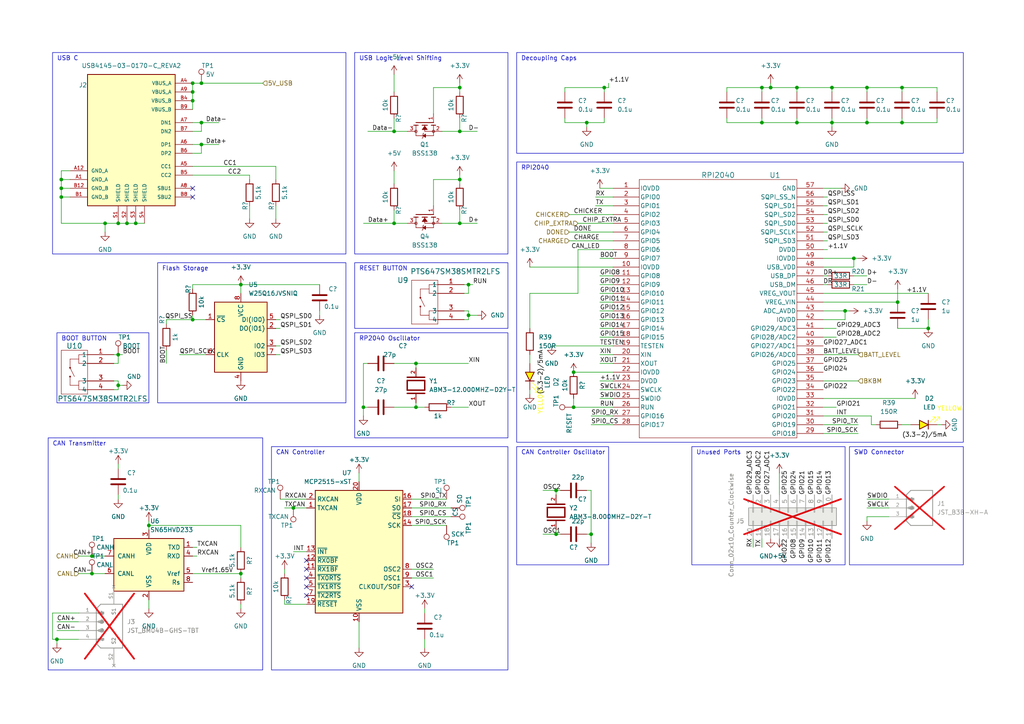
<source format=kicad_sch>
(kicad_sch (version 20230121) (generator eeschema)
  (paper "A4")
  (junction (at 30.48 64.77))
  (junction (at 58.42 41.91))
  (junction (at 133.35 25.4))
  (junction (at 69.85 166.37))
  (junction (at 69.85 82.55))
  (junction (at 171.45 154.94))
  (junction (at 120.65 105.41))
  (junction (at 34.29 111.76))
  (junction (at 55.88 92.71))
  (junction (at 269.24 95.25))
  (junction (at 16.51 185.42))
  (junction (at 251.46 35.56))
  (junction (at 43.18 152.4))
  (junction (at 251.46 25.4))
  (junction (at 26.67 166.37))
  (junction (at 170.18 35.56))
  (junction (at 231.14 35.56))
  (junction (at 231.14 25.4))
  (junction (at 135.89 82.55))
  (junction (at 166.37 107.95))
  (junction (at 261.62 35.56))
  (junction (at 39.37 64.77))
  (junction (at 55.88 24.13))
  (junction (at 17.78 54.61))
  (junction (at 17.78 57.15))
  (junction (at 133.35 38.1))
  (junction (at 241.3 35.56))
  (junction (at 247.65 74.93))
  (junction (at 261.62 25.4))
  (junction (at 241.3 25.4))
  (junction (at 36.83 64.77))
  (junction (at 105.41 118.11))
  (junction (at 120.65 118.11))
  (junction (at 17.78 52.07))
  (junction (at 58.42 24.13))
  (junction (at 223.52 25.4))
  (junction (at 133.35 64.77))
  (junction (at 114.3 64.77))
  (junction (at 245.11 90.17))
  (junction (at 85.09 147.32))
  (junction (at 220.98 25.4))
  (junction (at 58.42 35.56))
  (junction (at 26.67 161.29))
  (junction (at 133.35 52.07))
  (junction (at 260.35 87.63))
  (junction (at 175.26 25.4))
  (junction (at 135.89 91.44))
  (junction (at 34.29 102.87))
  (junction (at 114.3 38.1))
  (junction (at 161.29 142.24))
  (junction (at 220.98 35.56))
  (junction (at 55.88 29.21))
  (junction (at 55.88 26.67))
  (junction (at 166.37 118.11))
  (junction (at 161.29 154.94))
  (junction (at 34.29 64.77))
  (no_connect (at 88.9 167.64))
  (no_connect (at 88.9 172.72))
  (no_connect (at 88.9 170.18))
  (no_connect (at 55.88 54.61))
  (no_connect (at 88.9 162.56))
  (no_connect (at 88.9 165.1))
  (no_connect (at 55.88 57.15))
  (no_connect (at 119.38 170.18))
  (wire (pts (xy 166.37 118.11) (xy 177.8 118.11)))
  (wire (pts (xy 231.14 35.56) (xy 220.98 35.56)))
  (wire (pts (xy 58.42 24.13) (xy 76.2 24.13)))
  (wire (pts (xy 118.11 38.1) (xy 114.3 38.1)))
  (wire (pts (xy 238.76 120.65) (xy 252.73 120.65)))
  (wire (pts (xy 34.29 64.77) (xy 36.83 64.77)))
  (wire (pts (xy 34.29 102.87) (xy 35.56 102.87)))
  (wire (pts (xy 176.53 24.13) (xy 176.53 25.4)))
  (wire (pts (xy 43.18 152.4) (xy 43.18 153.67)))
  (wire (pts (xy 172.72 59.69) (xy 177.8 59.69)))
  (wire (pts (xy 163.83 25.4) (xy 163.83 26.67)))
  (wire (pts (xy 260.35 95.25) (xy 269.24 95.25)))
  (wire (pts (xy 261.62 26.67) (xy 261.62 25.4)))
  (wire (pts (xy 238.76 102.87) (xy 248.92 102.87)))
  (wire (pts (xy 22.86 177.8) (xy 15.24 177.8)))
  (wire (pts (xy 220.98 25.4) (xy 210.82 25.4)))
  (wire (pts (xy 58.42 38.1) (xy 58.42 35.56)))
  (wire (pts (xy 238.76 72.39) (xy 240.03 72.39)))
  (wire (pts (xy 22.86 166.37) (xy 26.67 166.37)))
  (wire (pts (xy 120.65 118.11) (xy 120.65 116.84)))
  (wire (pts (xy 34.29 105.41) (xy 34.29 102.87)))
  (wire (pts (xy 85.09 147.32) (xy 88.9 147.32)))
  (wire (pts (xy 55.88 92.71) (xy 55.88 91.44)))
  (wire (pts (xy 226.06 137.16) (xy 226.06 143.51)))
  (wire (pts (xy 106.68 38.1) (xy 114.3 38.1)))
  (wire (pts (xy 247.65 77.47) (xy 247.65 74.93)))
  (wire (pts (xy 167.64 72.39) (xy 177.8 72.39)))
  (wire (pts (xy 55.88 35.56) (xy 58.42 35.56)))
  (wire (pts (xy 220.98 25.4) (xy 220.98 26.67)))
  (wire (pts (xy 271.78 26.67) (xy 271.78 25.4)))
  (wire (pts (xy 20.32 52.07) (xy 17.78 52.07)))
  (wire (pts (xy 172.72 57.15) (xy 177.8 57.15)))
  (wire (pts (xy 16.51 180.34) (xy 22.86 180.34)))
  (wire (pts (xy 43.18 152.4) (xy 43.18 151.13)))
  (wire (pts (xy 173.99 110.49) (xy 177.8 110.49)))
  (wire (pts (xy 48.26 92.71) (xy 55.88 92.71)))
  (wire (pts (xy 133.35 52.07) (xy 133.35 53.34)))
  (wire (pts (xy 223.52 25.4) (xy 220.98 25.4)))
  (wire (pts (xy 119.38 165.1) (xy 125.73 165.1)))
  (wire (pts (xy 252.73 123.19) (xy 254 123.19)))
  (wire (pts (xy 173.99 82.55) (xy 177.8 82.55)))
  (wire (pts (xy 241.3 26.67) (xy 241.3 25.4)))
  (wire (pts (xy 153.67 85.09) (xy 153.67 95.25)))
  (wire (pts (xy 34.29 111.76) (xy 34.29 110.49)))
  (wire (pts (xy 26.67 166.37) (xy 30.48 166.37)))
  (wire (pts (xy 55.88 24.13) (xy 55.88 26.67)))
  (wire (pts (xy 238.76 90.17) (xy 245.11 90.17)))
  (wire (pts (xy 119.38 152.4) (xy 129.54 152.4)))
  (wire (pts (xy 231.14 25.4) (xy 223.52 25.4)))
  (wire (pts (xy 16.51 185.42) (xy 22.86 185.42)))
  (wire (pts (xy 170.18 154.94) (xy 171.45 154.94)))
  (wire (pts (xy 177.8 69.85) (xy 165.1 69.85)))
  (wire (pts (xy 20.32 49.53) (xy 17.78 49.53)))
  (wire (pts (xy 30.48 64.77) (xy 30.48 67.31)))
  (wire (pts (xy 238.76 59.69) (xy 240.03 59.69)))
  (wire (pts (xy 173.99 115.57) (xy 177.8 115.57)))
  (wire (pts (xy 17.78 64.77) (xy 17.78 57.15)))
  (wire (pts (xy 171.45 120.65) (xy 177.8 120.65)))
  (wire (pts (xy 81.28 144.78) (xy 88.9 144.78)))
  (wire (pts (xy 30.48 64.77) (xy 34.29 64.77)))
  (wire (pts (xy 120.65 118.11) (xy 123.19 118.11)))
  (wire (pts (xy 241.3 35.56) (xy 241.3 36.83)))
  (wire (pts (xy 218.44 156.21) (xy 218.44 158.75)))
  (wire (pts (xy 261.62 35.56) (xy 251.46 35.56)))
  (wire (pts (xy 125.73 25.4) (xy 133.35 25.4)))
  (wire (pts (xy 16.51 182.88) (xy 22.86 182.88)))
  (wire (pts (xy 163.83 25.4) (xy 175.26 25.4)))
  (wire (pts (xy 177.8 67.31) (xy 165.1 67.31)))
  (wire (pts (xy 104.14 137.16) (xy 104.14 139.7)))
  (wire (pts (xy 210.82 35.56) (xy 210.82 34.29)))
  (wire (pts (xy 134.62 82.55) (xy 135.89 82.55)))
  (wire (pts (xy 245.11 90.17) (xy 245.11 92.71)))
  (wire (pts (xy 33.02 113.03) (xy 34.29 113.03)))
  (wire (pts (xy 231.14 34.29) (xy 231.14 35.56)))
  (wire (pts (xy 85.09 160.02) (xy 88.9 160.02)))
  (wire (pts (xy 20.32 54.61) (xy 17.78 54.61)))
  (wire (pts (xy 55.88 48.26) (xy 80.01 48.26)))
  (wire (pts (xy 20.32 57.15) (xy 17.78 57.15)))
  (wire (pts (xy 118.11 64.77) (xy 114.3 64.77)))
  (wire (pts (xy 163.83 35.56) (xy 163.83 34.29)))
  (wire (pts (xy 135.89 91.44) (xy 135.89 90.17)))
  (wire (pts (xy 153.67 113.03) (xy 153.67 114.3)))
  (wire (pts (xy 114.3 34.29) (xy 114.3 38.1)))
  (wire (pts (xy 247.65 82.55) (xy 251.46 82.55)))
  (wire (pts (xy 170.18 35.56) (xy 163.83 35.56)))
  (wire (pts (xy 17.78 64.77) (xy 30.48 64.77)))
  (wire (pts (xy 173.99 113.03) (xy 177.8 113.03)))
  (wire (pts (xy 173.99 102.87) (xy 177.8 102.87)))
  (wire (pts (xy 80.01 100.33) (xy 81.28 100.33)))
  (wire (pts (xy 238.76 97.79) (xy 242.57 97.79)))
  (wire (pts (xy 80.01 92.71) (xy 81.28 92.71)))
  (wire (pts (xy 133.35 34.29) (xy 133.35 38.1)))
  (wire (pts (xy 175.26 34.29) (xy 175.26 35.56)))
  (wire (pts (xy 119.38 167.64) (xy 125.73 167.64)))
  (wire (pts (xy 135.89 92.71) (xy 135.89 91.44)))
  (wire (pts (xy 173.99 105.41) (xy 177.8 105.41)))
  (wire (pts (xy 241.3 34.29) (xy 241.3 35.56)))
  (wire (pts (xy 241.3 25.4) (xy 231.14 25.4)))
  (wire (pts (xy 238.76 92.71) (xy 245.11 92.71)))
  (wire (pts (xy 271.78 34.29) (xy 271.78 35.56)))
  (wire (pts (xy 271.78 123.19) (xy 273.05 123.19)))
  (wire (pts (xy 261.62 123.19) (xy 264.16 123.19)))
  (wire (pts (xy 69.85 82.55) (xy 69.85 85.09)))
  (wire (pts (xy 34.29 143.51) (xy 34.29 144.78)))
  (wire (pts (xy 135.89 82.55) (xy 137.16 82.55)))
  (wire (pts (xy 251.46 149.86) (xy 257.81 149.86)))
  (wire (pts (xy 247.65 80.01) (xy 251.46 80.01)))
  (wire (pts (xy 58.42 35.56) (xy 63.5 35.56)))
  (wire (pts (xy 125.73 52.07) (xy 133.35 52.07)))
  (wire (pts (xy 35.56 111.76) (xy 34.29 111.76)))
  (wire (pts (xy 251.46 34.29) (xy 251.46 35.56)))
  (wire (pts (xy 34.29 113.03) (xy 34.29 111.76)))
  (wire (pts (xy 135.89 85.09) (xy 135.89 82.55)))
  (wire (pts (xy 119.38 144.78) (xy 129.54 144.78)))
  (wire (pts (xy 105.41 105.41) (xy 106.68 105.41)))
  (wire (pts (xy 69.85 152.4) (xy 43.18 152.4)))
  (wire (pts (xy 57.15 158.75) (xy 55.88 158.75)))
  (wire (pts (xy 238.76 69.85) (xy 240.03 69.85)))
  (wire (pts (xy 119.38 149.86) (xy 130.81 149.86)))
  (wire (pts (xy 55.88 29.21) (xy 55.88 31.75)))
  (wire (pts (xy 88.9 175.26) (xy 82.55 175.26)))
  (wire (pts (xy 33.02 110.49) (xy 34.29 110.49)))
  (wire (pts (xy 175.26 35.56) (xy 170.18 35.56)))
  (wire (pts (xy 55.88 24.13) (xy 58.42 24.13)))
  (wire (pts (xy 133.35 60.96) (xy 133.35 64.77)))
  (wire (pts (xy 80.01 102.87) (xy 81.28 102.87)))
  (wire (pts (xy 82.55 165.1) (xy 82.55 166.37)))
  (wire (pts (xy 55.88 44.45) (xy 58.42 44.45)))
  (wire (pts (xy 55.88 50.8) (xy 72.39 50.8)))
  (wire (pts (xy 161.29 153.67) (xy 161.29 154.94)))
  (wire (pts (xy 80.01 59.69) (xy 80.01 63.5)))
  (wire (pts (xy 243.84 54.61) (xy 238.76 54.61)))
  (wire (pts (xy 138.43 38.1) (xy 133.35 38.1)))
  (wire (pts (xy 82.55 147.32) (xy 85.09 147.32)))
  (wire (pts (xy 173.99 74.93) (xy 177.8 74.93)))
  (wire (pts (xy 161.29 142.24) (xy 162.56 142.24)))
  (wire (pts (xy 251.46 25.4) (xy 241.3 25.4)))
  (wire (pts (xy 34.29 134.62) (xy 34.29 135.89)))
  (wire (pts (xy 170.18 35.56) (xy 170.18 36.83)))
  (wire (pts (xy 69.85 166.37) (xy 69.85 167.64)))
  (wire (pts (xy 173.99 90.17) (xy 177.8 90.17)))
  (wire (pts (xy 171.45 123.19) (xy 177.8 123.19)))
  (wire (pts (xy 157.48 154.94) (xy 161.29 154.94)))
  (wire (pts (xy 82.55 175.26) (xy 82.55 173.99)))
  (wire (pts (xy 223.52 24.13) (xy 223.52 25.4)))
  (wire (pts (xy 238.76 85.09) (xy 269.24 85.09)))
  (wire (pts (xy 92.71 90.17) (xy 92.71 91.44)))
  (wire (pts (xy 125.73 59.69) (xy 125.73 52.07)))
  (wire (pts (xy 114.3 118.11) (xy 120.65 118.11)))
  (wire (pts (xy 58.42 41.91) (xy 63.5 41.91)))
  (wire (pts (xy 39.37 64.77) (xy 41.91 64.77)))
  (wire (pts (xy 134.62 90.17) (xy 135.89 90.17)))
  (wire (pts (xy 238.76 82.55) (xy 240.03 82.55)))
  (wire (pts (xy 245.11 90.17) (xy 246.38 90.17)))
  (wire (pts (xy 133.35 38.1) (xy 128.27 38.1)))
  (wire (pts (xy 69.85 158.75) (xy 69.85 152.4)))
  (wire (pts (xy 167.64 85.09) (xy 167.64 72.39)))
  (wire (pts (xy 238.76 118.11) (xy 242.57 118.11)))
  (wire (pts (xy 55.88 82.55) (xy 69.85 82.55)))
  (wire (pts (xy 261.62 34.29) (xy 261.62 35.56)))
  (wire (pts (xy 55.88 92.71) (xy 59.69 92.71)))
  (wire (pts (xy 166.37 107.95) (xy 177.8 107.95)))
  (wire (pts (xy 130.81 118.11) (xy 135.89 118.11)))
  (wire (pts (xy 72.39 59.69) (xy 72.39 63.5)))
  (wire (pts (xy 173.99 95.25) (xy 177.8 95.25)))
  (wire (pts (xy 238.76 62.23) (xy 240.03 62.23)))
  (wire (pts (xy 238.76 95.25) (xy 242.57 95.25)))
  (wire (pts (xy 69.85 175.26) (xy 69.85 176.53)))
  (wire (pts (xy 133.35 25.4) (xy 133.35 26.67)))
  (wire (pts (xy 134.62 85.09) (xy 135.89 85.09)))
  (wire (pts (xy 251.46 35.56) (xy 241.3 35.56)))
  (wire (pts (xy 252.73 123.19) (xy 252.73 120.65)))
  (wire (pts (xy 55.88 41.91) (xy 58.42 41.91)))
  (wire (pts (xy 241.3 35.56) (xy 231.14 35.56)))
  (wire (pts (xy 15.24 185.42) (xy 16.51 185.42)))
  (wire (pts (xy 36.83 64.77) (xy 39.37 64.77)))
  (wire (pts (xy 125.73 33.02) (xy 125.73 25.4)))
  (wire (pts (xy 153.67 102.87) (xy 153.67 105.41)))
  (wire (pts (xy 69.85 82.55) (xy 92.71 82.55)))
  (wire (pts (xy 105.41 118.11) (xy 105.41 105.41)))
  (wire (pts (xy 55.88 83.82) (xy 55.88 82.55)))
  (wire (pts (xy 265.43 115.57) (xy 238.76 115.57)))
  (wire (pts (xy 251.46 25.4) (xy 261.62 25.4)))
  (wire (pts (xy 251.46 147.32) (xy 257.81 147.32)))
  (wire (pts (xy 119.38 147.32) (xy 130.81 147.32)))
  (wire (pts (xy 238.76 57.15) (xy 240.03 57.15)))
  (wire (pts (xy 80.01 95.25) (xy 81.28 95.25)))
  (wire (pts (xy 173.99 54.61) (xy 177.8 54.61)))
  (wire (pts (xy 153.67 77.47) (xy 177.8 77.47)))
  (wire (pts (xy 220.98 34.29) (xy 220.98 35.56)))
  (wire (pts (xy 80.01 52.07) (xy 80.01 48.26)))
  (wire (pts (xy 57.15 161.29) (xy 55.88 161.29)))
  (wire (pts (xy 16.51 185.42) (xy 16.51 186.69)))
  (wire (pts (xy 173.99 85.09) (xy 177.8 85.09)))
  (wire (pts (xy 231.14 26.67) (xy 231.14 25.4)))
  (wire (pts (xy 120.65 106.68) (xy 120.65 105.41)))
  (wire (pts (xy 171.45 142.24) (xy 171.45 154.94)))
  (wire (pts (xy 175.26 25.4) (xy 175.26 26.67)))
  (wire (pts (xy 173.99 97.79) (xy 177.8 97.79)))
  (wire (pts (xy 238.76 67.31) (xy 240.03 67.31)))
  (wire (pts (xy 120.65 105.41) (xy 135.89 105.41)))
  (wire (pts (xy 133.35 50.8) (xy 133.35 52.07)))
  (wire (pts (xy 167.64 64.77) (xy 177.8 64.77)))
  (wire (pts (xy 173.99 80.01) (xy 177.8 80.01)))
  (wire (pts (xy 248.92 74.93) (xy 247.65 74.93)))
  (wire (pts (xy 55.88 26.67) (xy 55.88 29.21)))
  (wire (pts (xy 269.24 92.71) (xy 269.24 95.25)))
  (wire (pts (xy 251.46 26.67) (xy 251.46 25.4)))
  (wire (pts (xy 48.26 101.6) (xy 48.26 105.41)))
  (wire (pts (xy 105.41 118.11) (xy 106.68 118.11)))
  (wire (pts (xy 105.41 64.77) (xy 114.3 64.77)))
  (wire (pts (xy 177.8 62.23) (xy 165.1 62.23)))
  (wire (pts (xy 55.88 38.1) (xy 58.42 38.1)))
  (wire (pts (xy 15.24 177.8) (xy 15.24 185.42)))
  (wire (pts (xy 170.18 142.24) (xy 171.45 142.24)))
  (wire (pts (xy 166.37 115.57) (xy 166.37 118.11)))
  (wire (pts (xy 58.42 44.45) (xy 58.42 41.91)))
  (wire (pts (xy 22.86 161.29) (xy 26.67 161.29)))
  (wire (pts (xy 238.76 77.47) (xy 247.65 77.47)))
  (wire (pts (xy 176.53 25.4) (xy 175.26 25.4)))
  (wire (pts (xy 160.02 100.33) (xy 177.8 100.33)))
  (wire (pts (xy 238.76 110.49) (xy 248.92 110.49)))
  (wire (pts (xy 114.3 60.96) (xy 114.3 64.77)))
  (wire (pts (xy 173.99 87.63) (xy 177.8 87.63)))
  (wire (pts (xy 105.41 120.65) (xy 105.41 118.11)))
  (wire (pts (xy 138.43 64.77) (xy 133.35 64.77)))
  (wire (pts (xy 153.67 85.09) (xy 167.64 85.09)))
  (wire (pts (xy 238.76 74.93) (xy 247.65 74.93)))
  (wire (pts (xy 173.99 92.71) (xy 177.8 92.71)))
  (wire (pts (xy 251.46 149.86) (xy 251.46 151.13)))
  (wire (pts (xy 33.02 102.87) (xy 34.29 102.87)))
  (wire (pts (xy 133.35 64.77) (xy 128.27 64.77)))
  (wire (pts (xy 17.78 54.61) (xy 17.78 57.15)))
  (wire (pts (xy 17.78 49.53) (xy 17.78 52.07)))
  (wire (pts (xy 210.82 25.4) (xy 210.82 26.67)))
  (wire (pts (xy 220.98 35.56) (xy 210.82 35.56)))
  (wire (pts (xy 26.67 161.29) (xy 30.48 161.29)))
  (wire (pts (xy 114.3 105.41) (xy 120.65 105.41)))
  (wire (pts (xy 238.76 87.63) (xy 260.35 87.63)))
  (wire (pts (xy 171.45 157.48) (xy 171.45 154.94)))
  (wire (pts (xy 104.14 180.34) (xy 104.14 187.96)))
  (wire (pts (xy 157.48 142.24) (xy 161.29 142.24)))
  (wire (pts (xy 123.19 185.42) (xy 123.19 187.96)))
  (wire (pts (xy 220.98 156.21) (xy 220.98 158.75)))
  (wire (pts (xy 251.46 144.78) (xy 257.81 144.78)))
  (wire (pts (xy 48.26 93.98) (xy 48.26 92.71)))
  (wire (pts (xy 138.43 91.44) (xy 135.89 91.44)))
  (wire (pts (xy 238.76 64.77) (xy 240.03 64.77)))
  (wire (pts (xy 114.3 49.53) (xy 114.3 53.34)))
  (wire (pts (xy 43.18 173.99) (xy 43.18 176.53)))
  (wire (pts (xy 134.62 92.71) (xy 135.89 92.71)))
  (wire (pts (xy 114.3 21.59) (xy 114.3 26.67)))
  (wire (pts (xy 161.29 143.51) (xy 161.29 142.24)))
  (wire (pts (xy 33.02 105.41) (xy 34.29 105.41)))
  (wire (pts (xy 17.78 52.07) (xy 17.78 54.61)))
  (wire (pts (xy 271.78 35.56) (xy 261.62 35.56)))
  (wire (pts (xy 72.39 50.8) (xy 72.39 52.07)))
  (wire (pts (xy 261.62 25.4) (xy 271.78 25.4)))
  (wire (pts (xy 238.76 125.73) (xy 248.92 125.73)))
  (wire (pts (xy 133.35 24.13) (xy 133.35 25.4)))
  (wire (pts (xy 238.76 80.01) (xy 240.03 80.01)))
  (wire (pts (xy 260.35 83.82) (xy 260.35 87.63)))
  (wire (pts (xy 123.19 176.53) (xy 123.19 177.8)))
  (wire (pts (xy 238.76 123.19) (xy 248.92 123.19)))
  (wire (pts (xy 161.29 154.94) (xy 162.56 154.94)))
  (wire (pts (xy 52.07 102.87) (xy 59.69 102.87)))
  (wire (pts (xy 55.88 166.37) (xy 69.85 166.37)))
  (rectangle (start 149.86 46.99) (end 279.4 128.27))
  (rectangle (start 102.87 96.52) (end 147.32 127))
  (rectangle (start 102.87 15.24) (end 147.32 73.66))
  (rectangle (start 15.24 15.24) (end 100.33 73.66))
  (rectangle (start 78.74 129.54) (end 147.32 194.31))
  (rectangle (start 45.72 76.2) (end 100.33 116.84))
  (rectangle (start 13.97 127) (end 76.2 194.31))
  (rectangle (start 246.38 129.54) (end 279.4 163.83))
  (rectangle (start 200.66 129.54) (end 245.11 163.83))
  (rectangle (start 149.86 15.24) (end 279.4 44.45))
  (rectangle (start 16.51 96.52) (end 43.18 116.84))
  (rectangle (start 102.87 76.2) (end 147.32 95.25))
  (rectangle (start 149.86 129.54) (end 176.53 163.83))
  (text "Unused Ports\n" (at 201.93 132.08 0) (effects (font (size 1.27 1.27)) (justify left bottom)))
  (text "YELLOW" (at 271.78 119.38 0) (effects (font (size 1.27 1.27)) (justify left bottom)))
  (text "BOOT BUTTON\n" (at 17.78 99.06 0) (effects (font (size 1.27 1.27)) (justify left bottom)))
  (text "CAN Controller\n" (at 80.01 132.08 0) (effects (font (size 1.27 1.27)) (justify left bottom)))
  (text "USB C" (at 16.51 17.78 0) (effects (font (size 1.27 1.27)) (justify left bottom)))
  (text "(3.3-2)/5mA" (at 157.48 101.6 90) (effects (font (size 1.27 1.27)) (justify right bottom)))
  (text "SWD Connector" (at 247.65 132.08 0) (effects (font (size 1.27 1.27)) (justify left bottom)))
  (text "YELLOW" (at 157.48 113.03 90) (effects (font (size 1.27 1.27)) (justify right bottom)))
  (text "Decoupling Caps" (at 151.13 17.78 0) (effects (font (size 1.27 1.27)) (justify left bottom)))
  (text "CAN Controller Oscillator\n" (at 151.13 132.08 0) (effects (font (size 1.27 1.27)) (justify left bottom)))
  (text "Flash Storage\n" (at 46.99 78.74 0) (effects (font (size 1.27 1.27)) (justify left bottom)))
  (text "CAN Transmitter\n" (at 15.24 129.54 0) (effects (font (size 1.27 1.27)) (justify left bottom)))
  (text "RP2040 Oscillator\n" (at 104.14 99.06 0) (effects (font (size 1.27 1.27)) (justify left bottom)))
  (text "USB Logic Level Shifting\n" (at 104.14 17.78 0) (effects (font (size 1.27 1.27)) (justify left bottom)))
  (text "RPI2040" (at 151.13 49.53 0) (effects (font (size 1.27 1.27)) (justify left bottom)))
  (text "RESET BUTTON\n" (at 104.14 78.74 0) (effects (font (size 1.27 1.27)) (justify left bottom)))
  (text "(3.3-2)/5mA" (at 261.62 127 0) (effects (font (size 1.27 1.27)) (justify left bottom)))
  (label "SPI0_CS" (at 171.45 123.19 0))
  (label "OSC2" (at 157.48 142.24 0))
  (label "TESTEN" (at 173.99 100.33 0))
  (label "GPIO13" (at 241.3 143.51 90))
  (label "GPIO14" (at 238.76 143.51 90))
  (label "GPIO10" (at 236.22 156.21 270))
  (label "+1.1V" (at 240.03 72.39 0))
  (label "+1.1V" (at 176.53 24.13 0))
  (label "SPI0_TX" (at 129.54 144.78 180))
  (label "QSPI_SD0" (at 81.28 92.71 0))
  (label "SWDIO" (at 173.99 115.57 0))
  (label "GPIO15" (at 236.22 143.51 90))
  (label "DR+" (at 238.76 80.01 0))
  (label "GPIO11" (at 238.76 156.21 270))
  (label "DONE" (at 166.37 67.31 0))
  (label "QSPI_SD3" (at 240.03 69.85 0))
  (label "CHIP_EXTRA" (at 168.91 64.77 0))
  (label "RUN" (at 173.99 118.11 0))
  (label "GPIO28_ADC2" (at 242.57 97.79 0))
  (label "RXCAN" (at 57.15 161.29 0))
  (label "BOOT" (at 35.56 102.87 0))
  (label "OSC1" (at 125.73 167.64 180))
  (label "BOOT" (at 48.26 105.41 90))
  (label "GPIO12" (at 173.99 90.17 0))
  (label "GPIO11" (at 173.99 87.63 0))
  (label "RUN" (at 137.16 82.55 0))
  (label "RXCAN" (at 82.55 144.78 0))
  (label "GPIO27_ADC1" (at 223.52 143.51 90))
  (label "GPIO27_ADC1" (at 238.76 100.33 0))
  (label "CAN+" (at 16.51 180.34 0))
  (label "GPIO21" (at 233.68 143.51 90))
  (label "QSPI_SCLK" (at 240.03 67.31 0))
  (label "GPIO9" (at 233.68 156.21 270))
  (label "Vref1.65V" (at 58.42 166.37 0))
  (label "CHARGE" (at 166.37 69.85 0))
  (label "TX" (at 220.98 158.75 90))
  (label "BATT_LEVEL" (at 238.76 102.87 0))
  (label "CAN-" (at 26.67 166.37 180))
  (label "GPIO14" (at 173.99 95.25 0))
  (label "GPIO24" (at 238.76 107.95 0))
  (label "+1.1V" (at 262.89 85.09 0))
  (label "XIN" (at 135.89 105.41 0))
  (label "GPIO25" (at 228.6 143.51 90))
  (label "GPIO24" (at 231.14 143.51 90))
  (label "QSPI_SD2" (at 240.03 62.23 0))
  (label "QSPI_SD3" (at 81.28 102.87 0))
  (label "RX" (at 172.72 57.15 0))
  (label "XOUT" (at 135.89 118.11 0))
  (label "CAN+" (at 26.67 161.29 180))
  (label "SPI0_RX" (at 171.45 120.65 0))
  (label "GPIO21" (at 242.57 118.11 0))
  (label "D-" (at 251.46 82.55 0))
  (label "GPIO12" (at 241.3 156.21 270))
  (label "RX" (at 218.44 158.75 90))
  (label "Data+" (at 59.69 41.91 0))
  (label "Data-" (at 107.95 38.1 0))
  (label "BOOT" (at 173.99 74.93 0))
  (label "D-" (at 135.89 38.1 0))
  (label "QSPI_SD2" (at 81.28 100.33 0))
  (label "GPIO9" (at 173.99 82.55 0))
  (label "GPIO28_ADC2" (at 220.98 143.51 90))
  (label "GPIO15" (at 173.99 97.79 0))
  (label "CAN_LED" (at 173.99 72.39 180))
  (label "SWCLK" (at 173.99 113.03 0))
  (label "SWDIO" (at 251.46 144.78 0))
  (label "QSPI_SCLK" (at 52.07 102.87 0))
  (label "D+" (at 251.46 80.01 0))
  (label "XIN" (at 173.99 102.87 0))
  (label "GPIO13" (at 173.99 92.71 0))
  (label "GPIO10" (at 173.99 85.09 0))
  (label "SPI0_RX" (at 129.54 147.32 180))
  (label "GPIO29_ADC3" (at 242.57 95.25 0))
  (label "XOUT" (at 173.99 105.41 0))
  (label "GPIO22" (at 238.76 113.03 0))
  (label "GPIO25" (at 238.76 105.41 0))
  (label "QSPI_SS" (at 55.88 92.71 180))
  (label "Data+" (at 106.68 64.77 0))
  (label "OSC2" (at 125.73 165.1 180))
  (label "INT" (at 242.57 120.65 0))
  (label "TX" (at 172.72 59.69 0))
  (label "TXCAN" (at 82.55 147.32 0))
  (label "CHICKER" (at 166.37 62.23 0))
  (label "GPIO8" (at 173.99 80.01 0))
  (label "SPI0_SCK" (at 129.54 152.4 180))
  (label "SWCLK" (at 251.46 147.32 0))
  (label "D+" (at 135.89 64.77 0))
  (label "GPIO29_ADC3" (at 218.44 143.51 90))
  (label "CC1" (at 64.77 48.26 0))
  (label "INT" (at 85.09 160.02 0))
  (label "GPIO22" (at 228.6 156.21 270))
  (label "OSC1" (at 157.48 154.94 0))
  (label "GPIO8" (at 231.14 156.21 270))
  (label "Data-" (at 59.69 35.56 0))
  (label "CC2" (at 66.04 50.8 0))
  (label "QSPI_SD1" (at 81.28 95.25 0))
  (label "DR-" (at 238.76 82.55 0))
  (label "+1.1V" (at 173.99 110.49 0))
  (label "QSPI_SD0" (at 240.03 64.77 0))
  (label "SPI0_SCK" (at 248.92 125.73 180))
  (label "TXCAN" (at 57.15 158.75 0))
  (label "CAN-" (at 16.51 182.88 0))
  (label "QSPI_SD1" (at 240.03 59.69 0))
  (label "QSPI_SS" (at 240.03 57.15 0))
  (label "SPI0_TX" (at 248.92 123.19 180))
  (label "SPI0_CS" (at 129.54 149.86 180))
  (hierarchical_label "CHICKER" (shape input) (at 165.1 62.23 180))
  (hierarchical_label "CANH" (shape input) (at 22.86 161.29 180))
  (hierarchical_label "CHARGE" (shape input) (at 165.1 69.85 180))
  (hierarchical_label "CANL" (shape input) (at 22.86 166.37 180))
  (hierarchical_label "5V_USB" (shape input) (at 76.2 24.13 0))
  (hierarchical_label "BKBM" (shape input) (at 248.92 110.49 0))
  (hierarchical_label "DONE" (shape input) (at 165.1 67.31 180))
  (hierarchical_label "BATT_LEVEL" (shape input) (at 248.92 102.87 0))
  (hierarchical_label "CHIP_EXTRA" (shape input) (at 167.64 64.77 180))
  (symbol (lib_id "power:GND") (at 35.56 111.76 90) (unit 1)
    (property "Reference" "#PWR?" (effects hide))
    (property "Value" "GND" (at 36.83 109.22 90) (effects (justify right)))
    (instances (project "chicker" (path "" (reference "#PWR?") (unit 1)) (path "" (reference "#PWR052") (unit 1)) (path "" (reference "#PWR070") (unit 1))))
  )
  (symbol (lib_id "bots:TestPoint_1x1") (at 129.54 152.4 0) (mirror x) (unit 1) (in_bom no)
    (property "Reference" "TP1" (at 129.54 157.48 0) (effects (justify left)))
    (property "Value" "SCK" (at 130.81 154.94 0) (effects (justify left)))
    (property "Footprint" "bots:TestPoint_Pad_1.0x1.0mm" (effects hide))
    (instances (project "chicker" (path "" (reference "TP1") (unit 1)) (path "" (reference "TP5") (unit 1)) (path "" (reference "TP13") (unit 1))))
  )
  (symbol (lib_id "power:+5V") (at 114.3 49.53 0) (unit 1)
    (property "Reference" "#PWR053" (effects hide))
    (property "Value" "+5V" (at 114.3 44.45 0))
    (instances (project "chicker" (path "" (reference "#PWR053") (unit 1)) (path "" (reference "#PWR083") (unit 1))))
  )
  (symbol (lib_id "Connector_Generic:Conn_02x10_Counter_Clockwise") (at 228.6 148.59 90) (mirror x) (unit 1) (in_bom no) (dnp yes)
    (property "Reference" "J5" (at 215.9 151.13 90) (effects (justify left)))
    (property "Value" "Conn_02x10_Counter_Clockwise" (at 212.09 137.16 0) (effects (justify left)))
    (property "Footprint" "bots:PinHeader_2x10_P2.54mm_Vertical" (effects hide))
    (instances (project "chicker" (path "" (reference "J5") (unit 1)) (path "" (reference "J6") (unit 1))))
  )
  (symbol (lib_id "power:+3.3V") (at 223.52 24.13 0) (unit 1)
    (property "Reference" "#PWR?" (effects hide))
    (property "Value" "+3.3V" (at 223.52 19.05 0))
    (instances (project "chicker" (path "" (reference "#PWR?") (unit 1)) (path "" (reference "#PWR031") (unit 1)) (path "" (reference "#PWR085") (unit 1))))
  )
  (symbol (lib_id "bots:R_5.1k") (at 69.85 162.56 0) (mirror y) (unit 1)
    (property "Reference" "R?" (at 72.39 162.56 90))
    (property "Value" "5.1k" (at 67.31 162.56 90))
    (property "Footprint" "bots:R_0603_1608Metric" (effects hide))
    (property "MPN" "0603WAF5101T5E" (effects hide))
    (property "Manufacturer" "UNI-ROYAL(Uniroyal Elec)" (effects hide))
    (property "Price" "0.0009" (effects hide))
    (property "JLC" "0603" (effects hide))
    (property "LCSC" "C23186" (effects hide))
    (property "JLC Extended" "no" (effects hide))
    (instances (project "chicker" (path "" (reference "R?") (unit 1)) (path "" (reference "R36") (unit 1)) (path "" (reference "R39") (unit 1))))
  )
  (symbol (lib_id "bots:TestPoint_1x1") (at 130.81 149.86 270) (mirror x) (unit 1) (in_bom no)
    (property "Reference" "TP1" (at 135.89 154.94 0) (effects (justify left)))
    (property "Value" "CS" (at 132.08 149.86 0) (effects (justify left)))
    (property "Footprint" "bots:TestPoint_Pad_1.0x1.0mm" (effects hide))
    (instances (project "chicker" (path "" (reference "TP1") (unit 1)) (path "" (reference "TP5") (unit 1)) (path "" (reference "TP12") (unit 1))))
  )
  (symbol (lib_id "power:GND") (at 273.05 123.19 90) (unit 1)
    (property "Reference" "#PWR07" (effects hide))
    (property "Value" "GND" (at 276.86 123.19 0))
    (instances (project "chicker" (path "" (reference "#PWR07") (unit 1)) (path "" (reference "#PWR021") (unit 1)) (path "" (reference "#PWR064") (unit 1))))
  )
  (symbol (lib_id "bots:R_150R") (at 257.81 123.19 90) (unit 1)
    (property "Reference" "R39" (at 257.81 116.84 90))
    (property "Value" "150R" (at 257.81 119.38 90))
    (property "Footprint" "bots:R_0603_1608Metric" (effects hide))
    (property "MPN" "0603WAF1500T5E" (effects hide))
    (property "Manufacturer" "UNI-ROYAL(Uniroyal Elec)" (effects hide))
    (property "Price" "0.0009" (effects hide))
    (property "JLC" "0603" (effects hide))
    (property "LCSC" "C22808" (effects hide))
    (property "JLC Extended" "no" (effects hide))
    (instances (project "chicker" (path "" (reference "R39") (unit 1)) (path "" (reference "R40") (unit 1))))
  )
  (symbol (lib_id "power:+5V") (at 226.06 156.21 180) (unit 1)
    (property "Reference" "#PWR070" (effects hide))
    (property "Value" "+5V" (at 226.06 161.29 0))
    (instances (project "chicker" (path "" (reference "#PWR070") (unit 1)) (path "" (reference "#PWR079") (unit 1))))
  )
  (symbol (lib_id "bots:JST_BM04B-GHS-TBT") (at 27.94 180.34 0) (unit 1) (in_bom no) (dnp yes)
    (property "Reference" "J3" (at 36.83 180.34 0) (effects (justify left)))
    (property "Value" "JST_BM04B-GHS-TBT" (at 36.83 182.88 0) (effects (justify left)))
    (property "Footprint" "bots:JST_BM04B-GHS-TBT" (effects hide))
    (property "MPN" "BM04B-GHS-TBT" (effects hide))
    (property "Manufacturer" "JST Sales America Inc." (effects hide))
    (property "Price" "0.31" (effects hide))
  )
  (symbol (lib_id "bots:SN65HVD233") (at 43.18 163.83 0) (mirror y) (unit 1)
    (property "Reference" "U6" (at 43.5259 151.13 0) (effects (justify right)))
    (property "Value" "SN65HVD233" (at 43.5259 153.67 0) (effects (justify right)))
    (property "Footprint" "bots:SOIC-8_3.9x4.9mm_P1.27mm" (effects hide))
    (property "Datasheet" "http://ww1.microchip.com/downloads/en/devicedoc/21667d.pdf" (effects hide))
    (property "MPN" "SN65HVD233" (effects hide))
    (property "Manufacturer" "Microchip" (effects hide))
    (property "Price" "0" (effects hide))
    (property "JLC" "8-SOIC" (effects hide))
  )
  (symbol (lib_id "power:+3.3V") (at 104.14 137.16 0) (mirror y) (unit 1)
    (property "Reference" "#PWR011" (effects hide))
    (property "Value" "+3.3V" (at 104.14 133.35 0))
    (instances (project "chicker" (path "" (reference "#PWR011") (unit 1)) (path "" (reference "#PWR023") (unit 1)) (path "" (reference "#PWR076") (unit 1))))
  )
  (symbol (lib_id "bots:PTS647SM38SMTR2LFS") (at 21.59 107.95 0) (unit 1)
    (property "Reference" "U10" (at 21.59 100.33 0) (effects (font (size 1.524 1.524))))
    (property "Value" "PTS647SM38SMTR2LFS" (at 29.7364 115.6679 0) (effects (font (size 1.524 1.524))))
    (property "Footprint" "bots:SW_PTS647SM38SMTR2LFS_CNK" (effects hide))
    (property "MPN" "PTS647SM38SMTR2LFS" (effects hide))
    (property "Manufacturer" "C&K" (effects hide))
    (property "Price" "0.1118" (effects hide))
    (property "JLC" "SMD,4.5x4.5mm" (effects hide))
    (property "LCSC" "C2689502" (effects hide))
    (property "JLC Extended" "yes" (effects hide))
  )
  (symbol (lib_id "power:GND") (at 30.48 67.31 0) (unit 1)
    (property "Reference" "#PWR?" (effects hide))
    (property "Value" "GND" (at 30.48 72.39 0))
    (instances (project "chicker" (path "" (reference "#PWR?") (unit 1)) (path "" (reference "#PWR08") (unit 1)) (path "" (reference "#PWR022") (unit 1)) (path "" (reference "#PWR058") (unit 1))))
  )
  (symbol (lib_id "power:GND") (at 269.24 95.25 0) (unit 1)
    (property "Reference" "#PWR?" (effects hide))
    (property "Value" "GND" (at 269.24 100.33 0))
    (instances (project "chicker" (path "" (reference "#PWR?") (unit 1)) (path "" (reference "#PWR038") (unit 1)) (path "" (reference "#PWR094") (unit 1))))
  )
  (symbol (lib_id "bots:TestPoint_1x1") (at 130.81 147.32 270) (mirror x) (unit 1) (in_bom no)
    (property "Reference" "TP1" (at 135.89 147.32 0) (effects (justify left)))
    (property "Value" "SO" (at 133.35 146.05 0) (effects (justify left)))
    (property "Footprint" "bots:TestPoint_Pad_1.0x1.0mm" (effects hide))
    (instances (project "chicker" (path "" (reference "TP1") (unit 1)) (path "" (reference "TP5") (unit 1)) (path "" (reference "TP11") (unit 1))))
  )
  (symbol (lib_id "bots:R_10k") (at 133.35 30.48 0) (mirror y) (unit 1)
    (property "Reference" "R?" (at 134.62 34.29 90))
    (property "Value" "10k" (at 130.81 30.48 90))
    (property "Footprint" "bots:R_0603_1608Metric" (effects hide))
    (property "MPN" "0603WAF1002T5E" (effects hide))
    (property "Manufacturer" "UNI-ROYAL(Uniroyal Elec)" (effects hide))
    (property "Price" "0.0008" (effects hide))
    (property "JLC" "0603" (effects hide))
    (property "LCSC" "C25804" (effects hide))
    (property "JLC Extended" "no" (effects hide))
    (instances (project "chicker" (path "" (reference "R?") (unit 1)) (path "" (reference "R13") (unit 1)) (path "" (reference "R51") (unit 1))))
  )
  (symbol (lib_id "bots:ABM3-12.000MHZ-D2Y-T") (at 120.65 111.76 90) (unit 1)
    (property "Reference" "Y1" (at 124.46 110.49 90) (effects (justify right)))
    (property "Value" "ABM3-12.000MHZ-D2Y-T" (at 124.46 113.03 90) (effects (justify right)))
    (property "Footprint" "bots:ABM3" (effects hide))
    (property "MPN" "ABM3-12.000MHZ-D2Y-T" (effects hide))
    (property "Manufacturer" "Abracon" (effects hide))
    (property "Price" "0.7616" (effects hide))
    (property "JLC" "SMD5032-2P" (effects hide))
    (property "LCSC" "C148313" (effects hide))
    (property "JLC Extended" "yes" (effects hide))
  )
  (symbol (lib_id "power:+3.3V") (at 226.06 137.16 0) (mirror y) (unit 1)
    (property "Reference" "#PWR011" (effects hide))
    (property "Value" "+3.3V" (at 226.06 132.08 0))
    (instances (project "chicker" (path "" (reference "#PWR011") (unit 1)) (path "" (reference "#PWR080") (unit 1)) (path "" (reference "#PWR074") (unit 1))))
  )
  (symbol (lib_id "bots:C_22p") (at 166.37 142.24 90) (unit 1)
    (property "Reference" "C?" (at 168.91 144.78 90))
    (property "Value" "22p" (at 167.64 138.43 90))
    (property "Footprint" "bots:C_0603_1608Metric" (effects hide))
    (property "MPN" "CL10C220JB8NNNC" (effects hide))
    (property "Manufacturer" "Samsung Electro-Mechanics" (effects hide))
    (property "Price" "0.0052" (effects hide))
    (property "JLC" "0603" (effects hide))
    (property "LCSC" "C1653" (effects hide))
    (property "JLC Extended" "no" (effects hide))
    (instances (project "chicker" (path "" (reference "C?") (unit 1)) (path "" (reference "C30") (unit 1)) (path "" (reference "C37") (unit 1))))
  )
  (symbol (lib_id "power:GND") (at 160.02 100.33 0) (unit 1)
    (property "Reference" "#PWR?" (effects hide))
    (property "Value" "GND" (at 160.02 105.41 0))
    (instances (project "chicker" (path "" (reference "#PWR?") (unit 1)) (path "" (reference "#PWR049") (unit 1)) (path "" (reference "#PWR079") (unit 1))))
  )
  (symbol (lib_id "bots:C_0.1u") (at 92.71 86.36 0) (unit 1)
    (property "Reference" "C?" (at 95.25 83.82 0) (effects (justify left)))
    (property "Value" "0.1u" (at 93.98 88.9 0) (effects (justify left)))
    (property "Footprint" "bots:C_0603_1608Metric" (effects hide))
    (property "MPN" "CC0603KRX7R9BB104" (effects hide))
    (property "Manufacturer" "YAGEO" (effects hide))
    (property "Price" "0.0021" (effects hide))
    (property "JLC" "0603" (effects hide))
    (property "LCSC" "C14663" (effects hide))
    (property "JLC Extended" "no" (effects hide))
    (instances (project "chicker" (path "" (reference "C?") (unit 1)) (path "" (reference "C26") (unit 1)) (path "" (reference "C32") (unit 1))))
  )
  (symbol (lib_id "bots:C_22p") (at 166.37 154.94 90) (unit 1)
    (property "Reference" "C?" (at 166.37 158.75 90))
    (property "Value" "22p" (at 167.64 151.13 90))
    (property "Footprint" "bots:C_0603_1608Metric" (effects hide))
    (property "MPN" "CL10C220JB8NNNC" (effects hide))
    (property "Manufacturer" "Samsung Electro-Mechanics" (effects hide))
    (property "Price" "0.0052" (effects hide))
    (property "JLC" "0603" (effects hide))
    (property "LCSC" "C1653" (effects hide))
    (property "JLC Extended" "no" (effects hide))
    (instances (project "chicker" (path "" (reference "C?") (unit 1)) (path "" (reference "C31") (unit 1)) (path "" (reference "C38") (unit 1))))
  )
  (symbol (lib_id "bots:BSS138") (at 123.19 62.23 90) (mirror x) (unit 1)
    (property "Reference" "Q4" (at 123.19 68.58 90))
    (property "Value" "BSS138" (at 123.19 71.12 90))
    (property "Footprint" "bots:SOT95P240X111-3N" (effects hide))
    (property "Package" "SOT-23" (effects hide))
    (property "Price" "0.51" (effects hide))
    (property "MPN" "BSS138" (effects hide))
    (property "Manufacturer" "onsemi" (effects hide))
    (property "JLC" "SOT-23" (effects hide))
    (property "LCSC" "C52895" (effects hide))
    (property "Description" "N-Channel 50 V 200mA (Ta) 225mW (Ta) Surface Mount SOT-23-3 (TO-236)" (effects hide))
    (instances (project "chicker" (path "" (reference "Q4") (unit 1)) (path "" (reference "Q10") (unit 1))))
  )
  (symbol (lib_id "power:GND") (at 243.84 54.61 90) (unit 1)
    (property "Reference" "#PWR?" (effects hide))
    (property "Value" "GND" (at 247.65 54.61 90) (effects (justify right)))
    (instances (project "chicker" (path "" (reference "#PWR?") (unit 1)) (path "" (reference "#PWR016") (unit 1)) (path "" (reference "#PWR087") (unit 1))))
  )
  (symbol (lib_id "bots:RPI2040") (at 177.8 54.61 0) (unit 1)
    (property "Reference" "U1" (at 224.79 50.8 0) (effects (font (size 1.524 1.524))))
    (property "Value" "RPI2040" (at 208.28 50.8 0) (effects (font (size 1.524 1.524))))
    (property "Footprint" "bots:QFN56_7X7_RPI" (effects hide))
    (property "MPN" "RP2040" (effects hide))
    (property "Manufacturer" "Raspberry Pi" (effects hide))
    (property "Price" "0.9997" (effects hide))
    (property "JLC" "LQFN-56(7x7)" (effects hide))
    (property "LCSC" "C2040" (effects hide))
    (property "JLC Extended" "yes" (effects hide))
    (instances (project "chicker" (path "" (reference "U1") (unit 1)) (path "" (reference "U13") (unit 1))))
  )
  (symbol (lib_id "bots:R_10k") (at 82.55 170.18 0) (mirror y) (unit 1)
    (property "Reference" "R?" (at 83.82 173.99 90))
    (property "Value" "10k" (at 80.01 170.18 90))
    (property "Footprint" "bots:R_0603_1608Metric" (effects hide))
    (property "MPN" "0603WAF1002T5E" (effects hide))
    (property "Manufacturer" "UNI-ROYAL(Uniroyal Elec)" (effects hide))
    (property "Price" "0.0008" (effects hide))
    (property "JLC" "0603" (effects hide))
    (property "LCSC" "C25804" (effects hide))
    (property "JLC Extended" "no" (effects hide))
    (instances (project "chicker" (path "" (reference "R?") (unit 1)) (path "" (reference "R30") (unit 1)) (path "" (reference "R49") (unit 1))))
  )
  (symbol (lib_id "bots:C_0.1u") (at 241.3 30.48 0) (unit 1)
    (property "Reference" "C?" (at 243.84 29.21 0) (effects (justify left)))
    (property "Value" "0.1u" (at 243.84 31.75 0) (effects (justify left)))
    (property "Footprint" "bots:C_0603_1608Metric" (effects hide))
    (property "MPN" "CC0603KRX7R9BB104" (effects hide))
    (property "Manufacturer" "YAGEO" (effects hide))
    (property "Price" "0.0021" (effects hide))
    (property "JLC" "0603" (effects hide))
    (property "LCSC" "C14663" (effects hide))
    (property "JLC Extended" "no" (effects hide))
    (instances (project "chicker" (path "" (reference "C?") (unit 1)) (path "" (reference "C18") (unit 1)) (path "" (reference "C42") (unit 1))))
  )
  (symbol (lib_id "bots:C_0.1u") (at 231.14 30.48 0) (unit 1)
    (property "Reference" "C?" (at 233.68 29.21 0) (effects (justify left)))
    (property "Value" "0.1u" (at 233.68 31.75 0) (effects (justify left)))
    (property "Footprint" "bots:C_0603_1608Metric" (effects hide))
    (property "MPN" "CC0603KRX7R9BB104" (effects hide))
    (property "Manufacturer" "YAGEO" (effects hide))
    (property "Price" "0.0021" (effects hide))
    (property "JLC" "0603" (effects hide))
    (property "LCSC" "C14663" (effects hide))
    (property "JLC Extended" "no" (effects hide))
    (instances (project "chicker" (path "" (reference "C?") (unit 1)) (path "" (reference "C17") (unit 1)) (path "" (reference "C41") (unit 1))))
  )
  (symbol (lib_id "bots:C_1u") (at 269.24 88.9 0) (unit 1)
    (property "Reference" "C?" (at 273.05 87.63 0) (effects (justify left)))
    (property "Value" "1u" (at 273.05 90.17 0) (effects (justify left)))
    (property "Footprint" "bots:C_0603_1608Metric" (effects hide))
    (property "MPN" "CL10A105KB8NNNC" (effects hide))
    (property "Manufacturer" "Samsung Electro-Mechanics" (effects hide))
    (property "Price" "0.0046" (effects hide))
    (property "JLC" "0603" (effects hide))
    (property "LCSC" "C15849" (effects hide))
    (property "JLC Extended" "no" (effects hide))
    (instances (project "chicker" (path "" (reference "C?") (unit 1)) (path "" (reference "C23") (unit 1)) (path "" (reference "C46") (unit 1))))
  )
  (symbol (lib_id "power:GND") (at 69.85 110.49 0) (unit 1)
    (property "Reference" "#PWR?" (effects hide))
    (property "Value" "GND" (at 69.85 115.57 0))
    (instances (project "chicker" (path "" (reference "#PWR?") (unit 1)) (path "" (reference "#PWR042") (unit 1)) (path "" (reference "#PWR063") (unit 1))))
  )
  (symbol (lib_id "bots:C_0.1u") (at 271.78 30.48 0) (unit 1)
    (property "Reference" "C?" (at 274.32 29.21 0) (effects (justify left)))
    (property "Value" "0.1u" (at 274.32 31.75 0) (effects (justify left)))
    (property "Footprint" "bots:C_0603_1608Metric" (effects hide))
    (property "MPN" "CC0603KRX7R9BB104" (effects hide))
    (property "Manufacturer" "YAGEO" (effects hide))
    (property "Price" "0.0021" (effects hide))
    (property "JLC" "0603" (effects hide))
    (property "LCSC" "C14663" (effects hide))
    (property "JLC Extended" "no" (effects hide))
    (instances (project "chicker" (path "" (reference "C?") (unit 1)) (path "" (reference "C21") (unit 1)) (path "" (reference "C47") (unit 1))))
  )
  (symbol (lib_id "bots:R_150R") (at 153.67 99.06 0) (unit 1)
    (property "Reference" "R39" (at 156.21 97.79 0) (effects (justify left)))
    (property "Value" "150R" (at 156.21 100.33 0) (effects (justify left)))
    (property "Footprint" "bots:R_0603_1608Metric" (effects hide))
    (property "MPN" "0603WAF1500T5E" (effects hide))
    (property "Manufacturer" "UNI-ROYAL(Uniroyal Elec)" (effects hide))
    (property "Price" "0.0009" (effects hide))
    (property "JLC" "0603" (effects hide))
    (property "LCSC" "C22808" (effects hide))
    (property "JLC Extended" "no" (effects hide))
    (instances (project "chicker" (path "" (reference "R39") (unit 1)) (path "" (reference "R45") (unit 1))))
  )
  (symbol (lib_id "power:+3.3V") (at 69.85 82.55 0) (mirror y) (unit 1)
    (property "Reference" "#PWR011" (effects hide))
    (property "Value" "+3.3V" (at 69.85 77.47 0))
    (instances (project "chicker" (path "" (reference "#PWR011") (unit 1)) (path "" (reference "#PWR040") (unit 1)) (path "" (reference "#PWR062") (unit 1))))
  )
  (symbol (lib_id "bots:C_27p") (at 110.49 118.11 90) (unit 1)
    (property "Reference" "C?" (at 110.49 110.49 90))
    (property "Value" "27p" (at 110.49 113.03 90))
    (property "Footprint" "bots:C_0603_1608Metric" (effects hide))
    (property "MPN" "CC0603JRNPO9BN270" (effects hide))
    (property "Manufacturer" "YAGEO" (effects hide))
    (property "Price" "0.0027" (effects hide))
    (property "JLC" "0603" (effects hide))
    (property "LCSC" "C107045" (effects hide))
    (property "JLC Extended" "no" (effects hide))
    (instances (project "chicker" (path "" (reference "C?") (unit 1)) (path "" (reference "C25") (unit 1)) (path "" (reference "C34") (unit 1))))
  )
  (symbol (lib_id "bots:C_27p") (at 110.49 105.41 90) (unit 1)
    (property "Reference" "C?" (at 116.84 100.33 90))
    (property "Value" "27p" (at 113.03 102.87 90))
    (property "Footprint" "bots:C_0603_1608Metric" (effects hide))
    (property "MPN" "CC0603JRNPO9BN270" (effects hide))
    (property "Manufacturer" "YAGEO" (effects hide))
    (property "Price" "0.0027" (effects hide))
    (property "JLC" "0603" (effects hide))
    (property "LCSC" "C107045" (effects hide))
    (property "JLC Extended" "no" (effects hide))
    (instances (project "chicker" (path "" (reference "C?") (unit 1)) (path "" (reference "C24") (unit 1)) (path "" (reference "C33") (unit 1))))
  )
  (symbol (lib_id "power:GND") (at 138.43 91.44 90) (unit 1)
    (property "Reference" "#PWR?" (effects hide))
    (property "Value" "GND" (at 142.24 91.44 90) (effects (justify right)))
    (instances (project "chicker" (path "" (reference "#PWR?") (unit 1)) (path "" (reference "#PWR051") (unit 1)) (path "" (reference "#PWR070") (unit 1))))
  )
  (symbol (lib_id "bots:R_5.1k") (at 80.01 55.88 0) (unit 1)
    (property "Reference" "R?" (at 78.74 59.69 90))
    (property "Value" "5.1k" (at 82.55 55.88 90))
    (property "Footprint" "bots:R_0603_1608Metric" (effects hide))
    (property "MPN" "0603WAF5101T5E" (effects hide))
    (property "Manufacturer" "UNI-ROYAL(Uniroyal Elec)" (effects hide))
    (property "Price" "0.0009" (effects hide))
    (property "JLC" "0603" (effects hide))
    (property "LCSC" "C23186" (effects hide))
    (property "JLC Extended" "no" (effects hide))
    (instances (project "chicker" (path "" (reference "R?") (unit 1)) (path "" (reference "R12") (unit 1)) (path "" (reference "R42") (unit 1))))
  )
  (symbol (lib_id "bots:TestPoint_1x1") (at 166.37 118.11 90) (unit 1) (in_bom no)
    (property "Reference" "TP1" (at 161.29 118.11 0) (effects (justify left)))
    (property "Value" "RESET" (at 165.1 125.73 0) (effects (justify left)))
    (property "Footprint" "bots:TestPoint_Pad_1.0x1.0mm" (effects hide))
    (instances (project "chicker" (path "" (reference "TP1") (unit 1)) (path "" (reference "TP4") (unit 1)) (path "" (reference "TP29") (unit 1))))
  )
  (symbol (lib_id "power:+3.3V") (at 173.99 54.61 0) (unit 1)
    (property "Reference" "#PWR?" (effects hide))
    (property "Value" "+3.3V" (at 173.99 49.53 0))
    (instances (project "chicker" (path "" (reference "#PWR?") (unit 1)) (path "" (reference "#PWR013") (unit 1)) (path "" (reference "#PWR082") (unit 1))))
  )
  (symbol (lib_id "power:+3.3V") (at 123.19 176.53 0) (mirror y) (unit 1)
    (property "Reference" "#PWR011" (effects hide))
    (property "Value" "+3.3V" (at 123.19 172.72 0))
    (instances (project "chicker" (path "" (reference "#PWR011") (unit 1)) (path "" (reference "#PWR059") (unit 1)) (path "" (reference "#PWR076") (unit 1))))
  )
  (symbol (lib_id "power:+3.3V") (at 133.35 24.13 0) (mirror y) (unit 1)
    (property "Reference" "#PWR011" (effects hide))
    (property "Value" "+3.3V" (at 133.35 19.05 0))
    (instances (project "chicker" (path "" (reference "#PWR011") (unit 1)) (path "" (reference "#PWR027") (unit 1)) (path "" (reference "#PWR074") (unit 1))))
  )
  (symbol (lib_id "power:+3.3V") (at 153.67 77.47 0) (unit 1)
    (property "Reference" "#PWR?" (effects hide))
    (property "Value" "+3.3V" (at 153.67 72.39 0))
    (instances (project "chicker" (path "" (reference "#PWR?") (unit 1)) (path "" (reference "#PWR014") (unit 1)) (path "" (reference "#PWR078") (unit 1))))
  )
  (symbol (lib_id "bots:R_10k") (at 133.35 57.15 0) (mirror y) (unit 1)
    (property "Reference" "R?" (at 134.62 60.96 90))
    (property "Value" "10k" (at 130.81 57.15 90))
    (property "Footprint" "bots:R_0603_1608Metric" (effects hide))
    (property "MPN" "0603WAF1002T5E" (effects hide))
    (property "Manufacturer" "UNI-ROYAL(Uniroyal Elec)" (effects hide))
    (property "Price" "0.0008" (effects hide))
    (property "JLC" "0603" (effects hide))
    (property "LCSC" "C25804" (effects hide))
    (property "JLC Extended" "no" (effects hide))
    (instances (project "chicker" (path "" (reference "R?") (unit 1)) (path "" (reference "R16") (unit 1)) (path "" (reference "R52") (unit 1))))
  )
  (symbol (lib_id "bots:R_1k") (at 48.26 97.79 0) (mirror x) (unit 1)
    (property "Reference" "R?" (at 46.99 92.71 90))
    (property "Value" "1k" (at 50.8 97.79 90))
    (property "Footprint" "bots:R_0603_1608Metric" (effects hide))
    (property "MPN" "0603WAF1001T5E" (effects hide))
    (property "Manufacturer" "UNI-ROYAL(Uniroyal Elec)" (effects hide))
    (property "Price" "0.0007" (effects hide))
    (property "JLC" "0603" (effects hide))
    (property "LCSC" "C21190" (effects hide))
    (instances (project "chicker" (path "" (reference "R?") (unit 1)) (path "" (reference "R18") (unit 1)) (path "" (reference "R37") (unit 1))))
  )
  (symbol (lib_id "power:GND") (at 251.46 151.13 0) (unit 1)
    (property "Reference" "#PWR?" (effects hide))
    (property "Value" "GND" (at 251.46 156.21 0))
    (instances (project "chicker" (path "" (reference "#PWR?") (unit 1)) (path "" (reference "#PWR048") (unit 1)) (path "" (reference "#PWR090") (unit 1))))
  )
  (symbol (lib_id "power:+3.3V") (at 133.35 50.8 0) (mirror y) (unit 1)
    (property "Reference" "#PWR011" (effects hide))
    (property "Value" "+3.3V" (at 133.35 45.72 0))
    (instances (project "chicker" (path "" (reference "#PWR011") (unit 1)) (path "" (reference "#PWR029") (unit 1)) (path "" (reference "#PWR075") (unit 1))))
  )
  (symbol (lib_id "bots:R_5.1k") (at 69.85 171.45 0) (mirror y) (unit 1)
    (property "Reference" "R?" (at 72.39 171.45 90))
    (property "Value" "5.1k" (at 67.31 171.45 90))
    (property "Footprint" "bots:R_0603_1608Metric" (effects hide))
    (property "MPN" "0603WAF5101T5E" (effects hide))
    (property "Manufacturer" "UNI-ROYAL(Uniroyal Elec)" (effects hide))
    (property "Price" "0.0009" (effects hide))
    (property "JLC" "0603" (effects hide))
    (property "LCSC" "C23186" (effects hide))
    (property "JLC Extended" "no" (effects hide))
    (instances (project "chicker" (path "" (reference "R?") (unit 1)) (path "" (reference "R35") (unit 1)) (path "" (reference "R40") (unit 1))))
  )
  (symbol (lib_id "power:GND") (at 69.85 176.53 0) (unit 1)
    (property "Reference" "#PWR?" (effects hide))
    (property "Value" "GND" (at 69.85 181.61 0))
    (instances (project "chicker" (path "" (reference "#PWR?") (unit 1)) (path "" (reference "#PWR057") (unit 1)) (path "" (reference "#PWR061") (unit 1))))
  )
  (symbol (lib_id "bots:TestPoint_1x1drill") (at 26.67 166.37 0) (unit 1) (in_bom no)
    (property "Reference" "TP1" (at 26.67 161.29 0) (effects (justify left)))
    (property "Value" "CANL" (at 27.94 163.83 0) (effects (justify left)))
    (property "Footprint" "bots:TestPoint_Pad_1.0x1.0mm" (effects hide))
    (instances (project "chicker" (path "" (reference "TP1") (unit 1)) (path "" (reference "TP5") (unit 1)) (path "" (reference "TP7") (unit 1))))
  )
  (symbol (lib_id "bots:JST_B3B-XH-A") (at 262.89 147.32 0) (unit 1) (in_bom no) (dnp yes)
    (property "Reference" "J1" (at 271.78 146.05 0) (effects (justify left)))
    (property "Value" "JST_B3B-XH-A" (at 271.78 148.59 0) (effects (justify left)))
    (property "Footprint" "bots:JST_B3B-XH-A" (effects hide))
    (property "MPN" "B3B-XH-A(LF)(SN)" (effects hide))
    (property "Manufacturer" "JST Sales America Inc." (effects hide))
    (property "Price" "0.31" (effects hide))
  )
  (symbol (lib_id "power:GND") (at 171.45 157.48 0) (unit 1)
    (property "Reference" "#PWR?" (effects hide))
    (property "Value" "GND" (at 171.45 162.56 0))
    (instances (project "chicker" (path "" (reference "#PWR?") (unit 1)) (path "" (reference "#PWR036") (unit 1)) (path "" (reference "#PWR084") (unit 1))))
  )
  (symbol (lib_id "power:GND") (at 72.39 63.5 0) (unit 1)
    (property "Reference" "#PWR?" (effects hide))
    (property "Value" "GND" (at 72.39 68.58 0))
    (instances (project "chicker" (path "" (reference "#PWR?") (unit 1)) (path "" (reference "#PWR08") (unit 1)) (path "" (reference "#PWR01") (unit 1)) (path "" (reference "#PWR064") (unit 1))))
  )
  (symbol (lib_id "bots:TestPoint_1x1") (at 81.28 144.78 0) (mirror y) (unit 1) (in_bom no)
    (property "Reference" "TP1" (at 81.28 139.7 0) (effects (justify left)))
    (property "Value" "RXCAN" (at 80.01 142.24 0) (effects (justify left)))
    (property "Footprint" "bots:TestPoint_Pad_1.0x1.0mm" (effects hide))
    (instances (project "chicker" (path "" (reference "TP1") (unit 1)) (path "" (reference "TP5") (unit 1)) (path "" (reference "TP8") (unit 1))))
  )
  (symbol (lib_id "bots:TestPoint_1x1") (at 85.09 147.32 180) (unit 1) (in_bom no)
    (property "Reference" "TP1" (at 85.09 152.4 0) (effects (justify left)))
    (property "Value" "TXCAN" (at 83.82 149.86 0) (effects (justify left)))
    (property "Footprint" "bots:TestPoint_Pad_1.0x1.0mm" (effects hide))
    (instances (project "chicker" (path "" (reference "TP1") (unit 1)) (path "" (reference "TP5") (unit 1)) (path "" (reference "TP9") (unit 1))))
  )
  (symbol (lib_id "power:GND") (at 223.52 156.21 0) (unit 1)
    (property "Reference" "#PWR?" (effects hide))
    (property "Value" "GND" (at 222.25 161.29 0))
    (instances (project "chicker" (path "" (reference "#PWR?") (unit 1)) (path "" (reference "#PWR077") (unit 1)) (path "" (reference "#PWR090") (unit 1))))
  )
  (symbol (lib_id "power:GND") (at 104.14 187.96 0) (unit 1)
    (property "Reference" "#PWR?" (effects hide))
    (property "Value" "GND" (at 104.14 193.04 0))
    (instances (project "chicker" (path "" (reference "#PWR?") (unit 1)) (path "" (reference "#PWR026") (unit 1)) (path "" (reference "#PWR077") (unit 1))))
  )
  (symbol (lib_id "bots:USB4145-03-0170-C_REVA2") (at 38.1 46.99 0) (unit 1)
    (property "Reference" "J2" (at 22.86 25.4 0) (effects (justify left bottom)))
    (property "Value" "USB4145-03-0170-C_REVA2" (at 38.1 19.05 0))
    (property "Footprint" "bots:GCT_USB4145-03-0170-C_REVA2" (effects hide))
    (property "Price" "1.61" (effects hide))
    (property "Description" "USB-C (USB TYPE-C) USB 2.0 Receptacle Connector 24 (16+8 Dummy) Position Surface Mount, Through Hole" (effects hide))
    (property "MPN" "USB4145-03-0170-C" (effects hide))
    (property "Manufacturer" "GCT" (effects hide))
  )
  (symbol (lib_id "bots:MCP2515T-I/ST") (at 104.14 160.02 0) (mirror y) (unit 1)
    (property "Reference" "U7" (at 101.9459 137.16 0) (effects (justify left)))
    (property "Value" "MCP2515-xST" (at 101.9459 139.7 0) (effects (justify left)))
    (property "Footprint" "bots:TSSOP-20_4.4x6.5mm_P0.65mm" (effects hide))
    (property "Datasheet" "http://ww1.microchip.com/downloads/en/DeviceDoc/21801e.pdf" (effects hide))
    (property "MPN" "MCP2515T-I/ST" (effects hide))
    (property "Manufacturer" "Microchip" (effects hide))
    (property "Price" "1.2541" (effects hide))
    (property "JLC" "TSSOP-20" (effects hide))
    (property "LCSC" "C185941" (effects hide))
    (instances (project "chicker" (path "" (reference "U7") (unit 1)) (path "" (reference "U12") (unit 1))))
  )
  (symbol (lib_id "bots:R_10k") (at 166.37 111.76 0) (mirror y) (unit 1)
    (property "Reference" "R?" (at 168.91 111.76 90))
    (property "Value" "10k" (at 163.83 111.76 90))
    (property "Footprint" "bots:R_0603_1608Metric" (effects hide))
    (property "MPN" "0603WAF1002T5E" (effects hide))
    (property "Manufacturer" "UNI-ROYAL(Uniroyal Elec)" (effects hide))
    (property "Price" "0.0008" (effects hide))
    (property "JLC" "0603" (effects hide))
    (property "LCSC" "C25804" (effects hide))
    (property "JLC Extended" "no" (effects hide))
    (instances (project "chicker" (path "" (reference "R?") (unit 1)) (path "" (reference "R28") (unit 1)) (path "" (reference "R53") (unit 1))))
  )
  (symbol (lib_id "bots:C_0.1u") (at 220.98 30.48 0) (unit 1)
    (property "Reference" "C?" (at 223.52 29.21 0) (effects (justify left)))
    (property "Value" "0.1u" (at 223.52 31.75 0) (effects (justify left)))
    (property "Footprint" "bots:C_0603_1608Metric" (effects hide))
    (property "MPN" "CC0603KRX7R9BB104" (effects hide))
    (property "Manufacturer" "YAGEO" (effects hide))
    (property "Price" "0.0021" (effects hide))
    (property "JLC" "0603" (effects hide))
    (property "LCSC" "C14663" (effects hide))
    (property "JLC Extended" "no" (effects hide))
    (instances (project "chicker" (path "" (reference "C?") (unit 1)) (path "" (reference "C16") (unit 1)) (path "" (reference "C40") (unit 1))))
  )
  (symbol (lib_id "power:+3.3V") (at 260.35 83.82 0) (mirror y) (unit 1)
    (property "Reference" "#PWR?" (effects hide))
    (property "Value" "+3.3V" (at 260.35 78.74 0))
    (instances (project "chicker" (path "" (reference "#PWR?") (unit 1)) (path "" (reference "#PWR030") (unit 1)) (path "" (reference "#PWR092") (unit 1))))
  )
  (symbol (lib_id "bots:LED_yellow") (at 153.67 109.22 90) (unit 1)
    (property "Reference" "D2" (at 161.29 110.8075 0))
    (property "Value" "LED" (at 158.75 110.8075 0))
    (property "Footprint" "bots:LED_0603_1608Metric" (effects hide))
    (property "MPN" "19-213/Y2C-CQ2R2L/3T(CY)" (effects hide))
    (property "Manufacturer" "Everlight Elec" (effects hide))
    (property "Price" "0.0195" (effects hide))
    (property "JLC" "0603" (effects hide))
    (property "LCSC" "C72038" (effects hide))
    (property "JLC Extended" "no" (effects hide))
    (instances (project "chicker" (path "" (reference "D2") (unit 1)) (path "" (reference "D4") (unit 1)) (path "" (reference "D13") (unit 1))))
  )
  (symbol (lib_id "bots:R_33R") (at 243.84 82.55 90) (unit 1)
    (property "Reference" "R21" (at 248.92 83.82 90))
    (property "Value" "33R" (at 243.84 82.55 90))
    (property "Footprint" "bots:R_0603_1608Metric" (effects hide))
    (property "MPN" "0603WAF330JT5E" (effects hide))
    (property "Manufacturer" "UNI-ROYAL(Uniroyal Elec)" (effects hide))
    (property "Price" "0.0009" (effects hide))
    (property "JLC" "0603" (effects hide))
    (property "LCSC" "C23140" (effects hide))
    (property "JLC Extended" "no" (effects hide))
  )
  (symbol (lib_id "power:GND") (at 153.67 114.3 0) (unit 1)
    (property "Reference" "#PWR07" (effects hide))
    (property "Value" "GND" (at 153.67 118.11 0))
    (instances (project "chicker" (path "" (reference "#PWR07") (unit 1)) (path "" (reference "#PWR021") (unit 1)) (path "" (reference "#PWR074") (unit 1))))
  )
  (symbol (lib_id "bots:C_0.1u") (at 34.29 139.7 0) (unit 1)
    (property "Reference" "C?" (at 36.83 137.16 0) (effects (justify left)))
    (property "Value" "0.1u" (at 35.56 142.24 0) (effects (justify left)))
    (property "Footprint" "bots:C_0603_1608Metric" (effects hide))
    (property "MPN" "CC0603KRX7R9BB104" (effects hide))
    (property "Manufacturer" "YAGEO" (effects hide))
    (property "Price" "0.0021" (effects hide))
    (property "JLC" "0603" (effects hide))
    (property "LCSC" "C14663" (effects hide))
    (property "JLC Extended" "no" (effects hide))
    (instances (project "chicker" (path "" (reference "C?") (unit 1)) (path "" (reference "C32") (unit 1)) (path "" (reference "C32") (unit 1))))
  )
  (symbol (lib_id "power:GND") (at 80.01 63.5 0) (unit 1)
    (property "Reference" "#PWR?" (effects hide))
    (property "Value" "GND" (at 80.01 68.58 0))
    (instances (project "chicker" (path "" (reference "#PWR?") (unit 1)) (path "" (reference "#PWR08") (unit 1)) (path "" (reference "#PWR025") (unit 1)) (path "" (reference "#PWR065") (unit 1))))
  )
  (symbol (lib_id "power:GND") (at 105.41 120.65 0) (unit 1)
    (property "Reference" "#PWR?" (effects hide))
    (property "Value" "GND" (at 105.41 125.73 0))
    (instances (project "chicker" (path "" (reference "#PWR?") (unit 1)) (path "" (reference "#PWR039") (unit 1)) (path "" (reference "#PWR070") (unit 1))))
  )
  (symbol (lib_id "power:GND") (at 170.18 36.83 0) (unit 1)
    (property "Reference" "#PWR?" (effects hide))
    (property "Value" "GND" (at 170.18 41.91 0))
    (instances (project "chicker" (path "" (reference "#PWR?") (unit 1)) (path "" (reference "#PWR037") (unit 1)) (path "" (reference "#PWR081") (unit 1))))
  )
  (symbol (lib_id "bots:C_0.1u") (at 163.83 30.48 0) (unit 1)
    (property "Reference" "C?" (at 167.64 29.21 0) (effects (justify left)))
    (property "Value" "0.1u" (at 167.64 31.75 0) (effects (justify left)))
    (property "Footprint" "bots:C_0603_1608Metric" (effects hide))
    (property "MPN" "CC0603KRX7R9BB104" (effects hide))
    (property "Manufacturer" "YAGEO" (effects hide))
    (property "Price" "0.0021" (effects hide))
    (property "JLC" "0603" (effects hide))
    (property "LCSC" "C14663" (effects hide))
    (property "JLC Extended" "no" (effects hide))
    (instances (project "chicker" (path "" (reference "C?") (unit 1)) (path "" (reference "C13") (unit 1)) (path "" (reference "C35") (unit 1))))
  )
  (symbol (lib_id "power:+3.3V") (at 34.29 134.62 0) (mirror y) (unit 1)
    (property "Reference" "#PWR011" (effects hide))
    (property "Value" "+3.3V" (at 34.29 130.81 0))
    (instances (project "chicker" (path "" (reference "#PWR011") (unit 1)) (path "" (reference "#PWR032") (unit 1)) (path "" (reference "#PWR076") (unit 1))))
  )
  (symbol (lib_id "bots:C_0.1u") (at 175.26 30.48 0) (unit 1)
    (property "Reference" "C?" (at 179.07 29.21 0) (effects (justify left)))
    (property "Value" "0.1u" (at 179.07 31.75 0) (effects (justify left)))
    (property "Footprint" "bots:C_0603_1608Metric" (effects hide))
    (property "MPN" "CC0603KRX7R9BB104" (effects hide))
    (property "Manufacturer" "YAGEO" (effects hide))
    (property "Price" "0.0021" (effects hide))
    (property "JLC" "0603" (effects hide))
    (property "LCSC" "C14663" (effects hide))
    (property "JLC Extended" "no" (effects hide))
    (instances (project "chicker" (path "" (reference "C?") (unit 1)) (path "" (reference "C14") (unit 1)) (path "" (reference "C36") (unit 1))))
  )
  (symbol (lib_id "bots:TestPoint_1x1") (at 34.29 102.87 0) (unit 1) (in_bom no)
    (property "Reference" "TP1" (at 34.29 97.79 0) (effects (justify left)))
    (property "Value" "BOOT" (at 35.56 100.33 0) (effects (justify left)))
    (property "Footprint" "bots:TestPoint_Pad_1.0x1.0mm" (effects hide))
    (instances (project "chicker" (path "" (reference "TP1") (unit 1)) (path "" (reference "TP4") (unit 1)) (path "" (reference "TP30") (unit 1))))
  )
  (symbol (lib_id "bots:LED_yellow") (at 267.97 123.19 180) (unit 1)
    (property "Reference" "D2" (at 269.5575 115.57 0))
    (property "Value" "LED" (at 269.5575 118.11 0))
    (property "Footprint" "bots:LED_0603_1608Metric" (effects hide))
    (property "MPN" "19-213/Y2C-CQ2R2L/3T(CY)" (effects hide))
    (property "Manufacturer" "Everlight Elec" (effects hide))
    (property "Price" "0.0195" (effects hide))
    (property "JLC" "0603" (effects hide))
    (property "LCSC" "C72038" (effects hide))
    (property "JLC Extended" "no" (effects hide))
    (instances (project "chicker" (path "" (reference "D2") (unit 1)) (path "" (reference "D4") (unit 1)) (path "" (reference "D9") (unit 1))))
  )
  (symbol (lib_id "power:+3.3V") (at 43.18 151.13 0) (mirror y) (unit 1)
    (property "Reference" "#PWR011" (effects hide))
    (property "Value" "+3.3V" (at 43.18 147.32 0))
    (instances (project "chicker" (path "" (reference "#PWR011") (unit 1)) (path "" (reference "#PWR028") (unit 1)) (path "" (reference "#PWR076") (unit 1))))
  )
  (symbol (lib_id "power:GND") (at 123.19 187.96 0) (unit 1)
    (property "Reference" "#PWR?" (effects hide))
    (property "Value" "GND" (at 123.19 193.04 0))
    (instances (project "chicker" (path "" (reference "#PWR?") (unit 1)) (path "" (reference "#PWR060") (unit 1)) (path "" (reference "#PWR077") (unit 1))))
  )
  (symbol (lib_id "bots:TestPoint_1x1") (at 58.42 24.13 0) (unit 1) (in_bom no)
    (property "Reference" "TP1" (at 58.42 19.05 0) (effects (justify left)))
    (property "Value" "5V" (at 59.69 21.59 0) (effects (justify left)))
    (property "Footprint" "bots:TestPoint_Pad_1.0x1.0mm" (effects hide))
    (instances (project "chicker" (path "" (reference "TP1") (unit 1)) (path "" (reference "TP4") (unit 1)) (path "" (reference "TP16") (unit 1))))
  )
  (symbol (lib_id "bots:C_0.1u") (at 251.46 30.48 0) (unit 1)
    (property "Reference" "C?" (at 254 29.21 0) (effects (justify left)))
    (property "Value" "0.1u" (at 254 31.75 0) (effects (justify left)))
    (property "Footprint" "bots:C_0603_1608Metric" (effects hide))
    (property "MPN" "CC0603KRX7R9BB104" (effects hide))
    (property "Manufacturer" "YAGEO" (effects hide))
    (property "Price" "0.0021" (effects hide))
    (property "JLC" "0603" (effects hide))
    (property "LCSC" "C14663" (effects hide))
    (property "JLC Extended" "no" (effects hide))
    (instances (project "chicker" (path "" (reference "C?") (unit 1)) (path "" (reference "C19") (unit 1)) (path "" (reference "C43") (unit 1))))
  )
  (symbol (lib_id "power:GND") (at 241.3 36.83 0) (unit 1)
    (property "Reference" "#PWR?" (effects hide))
    (property "Value" "GND" (at 241.3 41.91 0))
    (instances (project "chicker" (path "" (reference "#PWR?") (unit 1)) (path "" (reference "#PWR033") (unit 1)) (path "" (reference "#PWR086") (unit 1))))
  )
  (symbol (lib_id "bots:R_1k") (at 127 118.11 90) (mirror x) (unit 1)
    (property "Reference" "R?" (at 130.81 116.84 90))
    (property "Value" "1k" (at 127 120.65 90))
    (property "Footprint" "bots:R_0603_1608Metric" (effects hide))
    (property "MPN" "0603WAF1001T5E" (effects hide))
    (property "Manufacturer" "UNI-ROYAL(Uniroyal Elec)" (effects hide))
    (property "Price" "0.0007" (effects hide))
    (property "JLC" "0603" (effects hide))
    (property "LCSC" "C21190" (effects hide))
    (instances (project "chicker" (path "" (reference "R?") (unit 1)) (path "" (reference "R17") (unit 1)) (path "" (reference "R50") (unit 1))))
  )
  (symbol (lib_id "bots:R_5.1k") (at 72.39 55.88 0) (unit 1)
    (property "Reference" "R?" (at 71.12 59.69 90))
    (property "Value" "5.1k" (at 74.93 55.88 90))
    (property "Footprint" "bots:R_0603_1608Metric" (effects hide))
    (property "MPN" "0603WAF5101T5E" (effects hide))
    (property "Manufacturer" "UNI-ROYAL(Uniroyal Elec)" (effects hide))
    (property "Price" "0.0009" (effects hide))
    (property "JLC" "0603" (effects hide))
    (property "LCSC" "C23186" (effects hide))
    (property "JLC Extended" "no" (effects hide))
    (instances (project "chicker" (path "" (reference "R?") (unit 1)) (path "" (reference "R11") (unit 1)) (path "" (reference "R41") (unit 1))))
  )
  (symbol (lib_id "bots:R_33R") (at 243.84 80.01 90) (unit 1)
    (property "Reference" "R20" (at 248.92 78.74 90))
    (property "Value" "33R" (at 243.84 80.01 90))
    (property "Footprint" "bots:R_0603_1608Metric" (effects hide))
    (property "MPN" "0603WAF330JT5E" (effects hide))
    (property "Manufacturer" "UNI-ROYAL(Uniroyal Elec)" (effects hide))
    (property "Price" "0.0009" (effects hide))
    (property "JLC" "0603" (effects hide))
    (property "LCSC" "C23140" (effects hide))
    (property "JLC Extended" "no" (effects hide))
  )
  (symbol (lib_id "power:+3.3V") (at 166.37 107.95 0) (unit 1)
    (property "Reference" "#PWR?" (effects hide))
    (property "Value" "+3.3V" (at 166.37 102.87 0))
    (instances (project "chicker" (path "" (reference "#PWR?") (unit 1)) (path "" (reference "#PWR015") (unit 1)) (path "" (reference "#PWR080") (unit 1))))
  )
  (symbol (lib_id "bots:W25Q16JVSNIQ") (at 69.85 97.79 0) (unit 1)
    (property "Reference" "U5" (at 72.0441 82.55 0) (effects (justify left)))
    (property "Value" "W25Q16JVSNIQ" (at 72.0441 85.09 0) (effects (justify left)))
    (property "Footprint" "bots:SOIC-8_3.9x4.9mm_P1.27mm" (effects hide))
    (property "Datasheet" "http://www.winbond.com/resource-files/w25q128jv_dtr%20revc%2003272018%20plus.pdf" (effects hide))
    (property "MPN" "W25Q128JVSIQ" (effects hide))
    (property "Manufacturer" "Winbond Elec" (effects hide))
    (property "Price" "0.5635" (effects hide))
    (property "JLC" "SOIC-8" (effects hide))
    (property "LCSC" "C115407" (effects hide))
    (property "Description" "FLASH - NOR Memory IC 16Mbit SPI - Quad I/O 133 MHz 8-SOIC" (effects hide))
    (property "JLC Extended" "yes" (effects hide))
  )
  (symbol (lib_id "bots:TestPoint_1x1") (at 129.54 144.78 0) (mirror y) (unit 1) (in_bom no)
    (property "Reference" "TP1" (at 129.54 139.7 0) (effects (justify left)))
    (property "Value" "SI" (at 128.27 142.24 0) (effects (justify left)))
    (property "Footprint" "bots:TestPoint_Pad_1.0x1.0mm" (effects hide))
    (instances (project "chicker" (path "" (reference "TP1") (unit 1)) (path "" (reference "TP5") (unit 1)) (path "" (reference "TP10") (unit 1))))
  )
  (symbol (lib_id "bots:C_1u") (at 260.35 91.44 0) (unit 1)
    (property "Reference" "C?" (at 264.16 90.17 0) (effects (justify left)))
    (property "Value" "1u" (at 264.16 92.71 0) (effects (justify left)))
    (property "Footprint" "bots:C_0603_1608Metric" (effects hide))
    (property "MPN" "CL10A105KB8NNNC" (effects hide))
    (property "Manufacturer" "Samsung Electro-Mechanics" (effects hide))
    (property "Price" "0.0046" (effects hide))
    (property "JLC" "0603" (effects hide))
    (property "LCSC" "C15849" (effects hide))
    (property "JLC Extended" "no" (effects hide))
    (instances (project "chicker" (path "" (reference "C?") (unit 1)) (path "" (reference "C22") (unit 1)) (path "" (reference "C44") (unit 1))))
  )
  (symbol (lib_id "bots:R_10k") (at 114.3 30.48 0) (mirror y) (unit 1)
    (property "Reference" "R?" (at 115.57 34.29 90))
    (property "Value" "10k" (at 111.76 30.48 90))
    (property "Footprint" "bots:R_0603_1608Metric" (effects hide))
    (property "MPN" "0603WAF1002T5E" (effects hide))
    (property "Manufacturer" "UNI-ROYAL(Uniroyal Elec)" (effects hide))
    (property "Price" "0.0008" (effects hide))
    (property "JLC" "0603" (effects hide))
    (property "LCSC" "C25804" (effects hide))
    (property "JLC Extended" "no" (effects hide))
    (instances (project "chicker" (path "" (reference "R?") (unit 1)) (path "" (reference "R14") (unit 1)) (path "" (reference "R47") (unit 1))))
  )
  (symbol (lib_id "power:+3.3V") (at 246.38 90.17 270) (mirror x) (unit 1)
    (property "Reference" "#PWR?" (effects hide))
    (property "Value" "+3.3V" (at 250.19 90.17 90) (effects (justify left)))
    (instances (project "chicker" (path "" (reference "#PWR?") (unit 1)) (path "" (reference "#PWR043") (unit 1)) (path "" (reference "#PWR088") (unit 1))))
  )
  (symbol (lib_id "bots:R_10k") (at 114.3 57.15 0) (mirror y) (unit 1)
    (property "Reference" "R?" (at 115.57 60.96 90))
    (property "Value" "10k" (at 111.76 57.15 90))
    (property "Footprint" "bots:R_0603_1608Metric" (effects hide))
    (property "MPN" "0603WAF1002T5E" (effects hide))
    (property "Manufacturer" "UNI-ROYAL(Uniroyal Elec)" (effects hide))
    (property "Price" "0.0008" (effects hide))
    (property "JLC" "0603" (effects hide))
    (property "LCSC" "C25804" (effects hide))
    (property "JLC Extended" "no" (effects hide))
    (instances (project "chicker" (path "" (reference "R?") (unit 1)) (path "" (reference "R15") (unit 1)) (path "" (reference "R48") (unit 1))))
  )
  (symbol (lib_id "power:+3.3V") (at 248.92 74.93 270) (mirror x) (unit 1)
    (property "Reference" "#PWR?" (effects hide))
    (property "Value" "+3.3V" (at 252.73 74.93 90) (effects (justify left)))
    (instances (project "chicker" (path "" (reference "#PWR?") (unit 1)) (path "" (reference "#PWR017") (unit 1)) (path "" (reference "#PWR089") (unit 1))))
  )
  (symbol (lib_id "power:+5V") (at 114.3 21.59 0) (unit 1)
    (property "Reference" "#PWR053" (effects hide))
    (property "Value" "+5V" (at 114.3 16.51 0))
    (instances (project "chicker" (path "" (reference "#PWR053") (unit 1)) (path "" (reference "#PWR082") (unit 1))))
  )
  (symbol (lib_id "power:GND") (at 92.71 91.44 0) (unit 1)
    (property "Reference" "#PWR?" (effects hide))
    (property "Value" "GND" (at 92.71 96.52 0))
    (instances (project "chicker" (path "" (reference "#PWR?") (unit 1)) (path "" (reference "#PWR041") (unit 1)) (path "" (reference "#PWR069") (unit 1))))
  )
  (symbol (lib_id "power:+3.3V") (at 265.43 115.57 0) (mirror y) (unit 1)
    (property "Reference" "#PWR?" (effects hide))
    (property "Value" "+3.3V" (at 265.43 110.49 0))
    (instances (project "chicker" (path "" (reference "#PWR?") (unit 1)) (path "" (reference "#PWR019") (unit 1)) (path "" (reference "#PWR091") (unit 1))))
  )
  (symbol (lib_id "bots:PTS647SM38SMTR2LFS") (at 123.19 87.63 0) (unit 1)
    (property "Reference" "U9" (at 116.84 81.28 0) (effects (font (size 1.524 1.524))))
    (property "Value" "PTS647SM38SMTR2LFS" (at 132.08 78.74 0) (effects (font (size 1.524 1.524))))
    (property "Footprint" "bots:SW_PTS647SM38SMTR2LFS_CNK" (effects hide))
    (property "MPN" "PTS647SM38SMTR2LFS" (effects hide))
    (property "Manufacturer" "C&K" (effects hide))
    (property "Price" "0.1118" (effects hide))
    (property "JLC" "SMD,4.5x4.5mm" (effects hide))
    (property "LCSC" "C2689502" (effects hide))
    (property "JLC Extended" "yes" (effects hide))
  )
  (symbol (lib_id "bots:BSS138") (at 123.19 35.56 90) (mirror x) (unit 1)
    (property "Reference" "Q1" (at 123.19 41.91 90))
    (property "Value" "BSS138" (at 123.19 44.45 90))
    (property "Footprint" "bots:SOT95P240X111-3N" (effects hide))
    (property "Package" "SOT-23" (effects hide))
    (property "Price" "0.51" (effects hide))
    (property "MPN" "BSS138" (effects hide))
    (property "Manufacturer" "onsemi" (effects hide))
    (property "JLC" "SOT-23" (effects hide))
    (property "LCSC" "C52895" (effects hide))
    (property "Description" "N-Channel 50 V 200mA (Ta) 225mW (Ta) Surface Mount SOT-23-3 (TO-236)" (effects hide))
    (instances (project "chicker" (path "" (reference "Q1") (unit 1)) (path "" (reference "Q9") (unit 1))))
  )
  (symbol (lib_id "bots:C_0.1u") (at 261.62 30.48 0) (unit 1)
    (property "Reference" "C?" (at 264.16 29.21 0) (effects (justify left)))
    (property "Value" "0.1u" (at 264.16 31.75 0) (effects (justify left)))
    (property "Footprint" "bots:C_0603_1608Metric" (effects hide))
    (property "MPN" "CC0603KRX7R9BB104" (effects hide))
    (property "Manufacturer" "YAGEO" (effects hide))
    (property "Price" "0.0021" (effects hide))
    (property "JLC" "0603" (effects hide))
    (property "LCSC" "C14663" (effects hide))
    (property "JLC Extended" "no" (effects hide))
    (instances (project "chicker" (path "" (reference "C?") (unit 1)) (path "" (reference "C20") (unit 1)) (path "" (reference "C45") (unit 1))))
  )
  (symbol (lib_id "bots:C_0.1u") (at 123.19 181.61 0) (unit 1)
    (property "Reference" "C?" (at 125.73 179.07 0) (effects (justify left)))
    (property "Value" "0.1u" (at 124.46 184.15 0) (effects (justify left)))
    (property "Footprint" "bots:C_0603_1608Metric" (effects hide))
    (property "MPN" "CC0603KRX7R9BB104" (effects hide))
    (property "Manufacturer" "YAGEO" (effects hide))
    (property "Price" "0.0021" (effects hide))
    (property "JLC" "0603" (effects hide))
    (property "LCSC" "C14663" (effects hide))
    (property "JLC Extended" "no" (effects hide))
    (instances (project "chicker" (path "" (reference "C?") (unit 1)) (path "" (reference "C33") (unit 1)) (path "" (reference "C32") (unit 1))))
  )
  (symbol (lib_id "power:GND") (at 34.29 144.78 0) (unit 1)
    (property "Reference" "#PWR?" (effects hide))
    (property "Value" "GND" (at 34.29 149.86 0))
    (instances (project "chicker" (path "" (reference "#PWR?") (unit 1)) (path "" (reference "#PWR058") (unit 1)) (path "" (reference "#PWR060") (unit 1))))
  )
  (symbol (lib_id "bots:R_10k") (at 55.88 87.63 0) (mirror x) (unit 1)
    (property "Reference" "R?" (at 54.61 83.82 90))
    (property "Value" "10k" (at 58.42 87.63 90))
    (property "Footprint" "bots:R_0603_1608Metric" (effects hide))
    (property "MPN" "0603WAF1002T5E" (effects hide))
    (property "Manufacturer" "UNI-ROYAL(Uniroyal Elec)" (effects hide))
    (property "Price" "0.0008" (effects hide))
    (property "JLC" "0603" (effects hide))
    (property "LCSC" "C25804" (effects hide))
    (property "JLC Extended" "no" (effects hide))
    (instances (project "chicker" (path "" (reference "R?") (unit 1)) (path "" (reference "R19") (unit 1)) (path "" (reference "R38") (unit 1))))
  )
  (symbol (lib_id "power:+3.3V") (at 82.55 165.1 0) (mirror y) (unit 1)
    (property "Reference" "#PWR011" (effects hide))
    (property "Value" "+3.3V" (at 82.55 161.29 0))
    (instances (project "chicker" (path "" (reference "#PWR011") (unit 1)) (path "" (reference "#PWR050") (unit 1)) (path "" (reference "#PWR073") (unit 1))))
  )
  (symbol (lib_id "power:GND") (at 43.18 176.53 0) (unit 1)
    (property "Reference" "#PWR?" (effects hide))
    (property "Value" "GND" (at 43.18 181.61 0))
    (instances (project "chicker" (path "" (reference "#PWR?") (unit 1)) (path "" (reference "#PWR056") (unit 1)) (path "" (reference "#PWR060") (unit 1))))
  )
  (symbol (lib_id "power:GND") (at 16.51 186.69 0) (unit 1)
    (property "Reference" "#PWR?" (effects hide))
    (property "Value" "GND" (at 16.51 191.77 0))
    (instances (project "chicker" (path "" (reference "#PWR?") (unit 1)) (path "" (reference "#PWR044") (unit 1)) (path "" (reference "#PWR090") (unit 1))))
  )
  (symbol (lib_id "bots:TestPoint_1x1drill") (at 26.67 161.29 0) (unit 1) (in_bom no)
    (property "Reference" "TP1" (at 26.67 156.21 0) (effects (justify left)))
    (property "Value" "CANH" (at 27.94 158.75 0) (effects (justify left)))
    (property "Footprint" "bots:TestPoint_Pad_1.0x1.0mm" (effects hide))
    (instances (project "chicker" (path "" (reference "TP1") (unit 1)) (path "" (reference "TP5") (unit 1)) (path "" (reference "TP6") (unit 1))))
  )
  (symbol (lib_id "bots:ABM3-8.000MHZ-D2Y-T") (at 161.29 148.59 90) (unit 1)
    (property "Reference" "Y2" (at 165.1 147.32 90) (effects (justify right)))
    (property "Value" "ABM3-8.000MHZ-D2Y-T" (at 165.1 149.86 90) (effects (justify right)))
    (property "Footprint" "bots:ABM3" (effects hide))
    (property "MPN" "ABM3-8.000MHZ-D2Y-T" (effects hide))
    (property "Price" "0.2279" (effects hide))
    (property "JLC" "SMD5032-2P" (effects hide))
    (property "LCSC" "C144380" (effects hide))
    (property "MANUFACTURER" "Cardinal Components" (effects hide))
    (property "Manufacturer" "Cardinal Components" (effects hide))
    (property "JLC Extended" "yes" (effects hide))
  )
  (symbol (lib_id "bots:C_0.1u") (at 210.82 30.48 0) (unit 1)
    (property "Reference" "C?" (at 213.36 29.21 0) (effects (justify left)))
    (property "Value" "0.1u" (at 213.36 31.75 0) (effects (justify left)))
    (property "Footprint" "bots:C_0603_1608Metric" (effects hide))
    (property "MPN" "CC0603KRX7R9BB104" (effects hide))
    (property "Manufacturer" "YAGEO" (effects hide))
    (property "Price" "0.0021" (effects hide))
    (property "JLC" "0603" (effects hide))
    (property "LCSC" "C14663" (effects hide))
    (property "JLC Extended" "no" (effects hide))
    (instances (project "chicker" (path "" (reference "C?") (unit 1)) (path "" (reference "C15") (unit 1)) (path "" (reference "C39") (unit 1))))
  )
)
</source>
